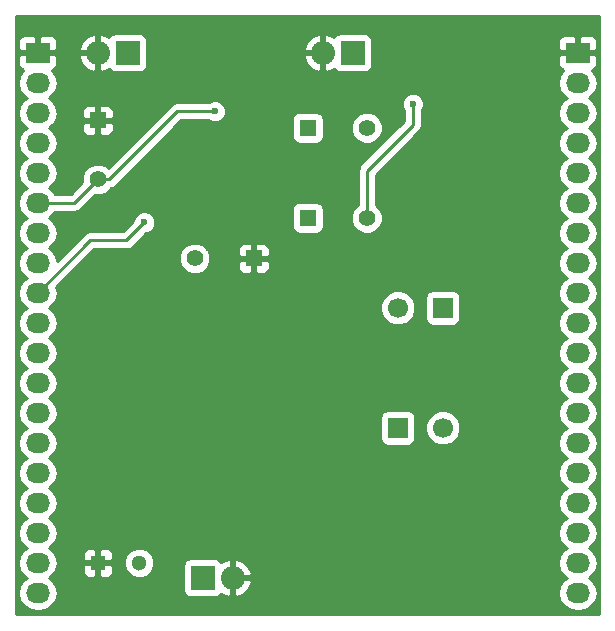
<source format=gbr>
G04 #@! TF.FileFunction,Copper,L2,Bot,Signal*
%FSLAX46Y46*%
G04 Gerber Fmt 4.6, Leading zero omitted, Abs format (unit mm)*
G04 Created by KiCad (PCBNEW 4.0.4+e1-6308~48~ubuntu16.04.1-stable) date Wed Oct 12 16:00:22 2016*
%MOMM*%
%LPD*%
G01*
G04 APERTURE LIST*
%ADD10C,0.100000*%
%ADD11R,1.400000X1.400000*%
%ADD12C,1.400000*%
%ADD13C,1.699260*%
%ADD14R,1.699260X1.699260*%
%ADD15R,2.032000X1.727200*%
%ADD16O,2.032000X1.727200*%
%ADD17C,1.300000*%
%ADD18R,1.300000X1.300000*%
%ADD19R,2.032000X2.032000*%
%ADD20O,2.032000X2.032000*%
%ADD21C,0.600000*%
%ADD22C,0.250000*%
%ADD23C,0.254000*%
G04 APERTURE END LIST*
D10*
D11*
X64770000Y-88265000D03*
D12*
X64770000Y-93265000D03*
D11*
X82550000Y-88900000D03*
D12*
X87550000Y-88900000D03*
D11*
X82550000Y-96520000D03*
D12*
X87550000Y-96520000D03*
D13*
X93982540Y-114300520D03*
D14*
X93982540Y-104140520D03*
D13*
X90167460Y-104139480D03*
D14*
X90167460Y-114299480D03*
D15*
X59690000Y-82550000D03*
D16*
X59690000Y-85090000D03*
X59690000Y-87630000D03*
X59690000Y-90170000D03*
X59690000Y-92710000D03*
X59690000Y-95250000D03*
X59690000Y-97790000D03*
X59690000Y-100330000D03*
X59690000Y-102870000D03*
X59690000Y-105410000D03*
X59690000Y-107950000D03*
X59690000Y-110490000D03*
X59690000Y-113030000D03*
X59690000Y-115570000D03*
X59690000Y-118110000D03*
X59690000Y-120650000D03*
X59690000Y-123190000D03*
X59690000Y-125730000D03*
X59690000Y-128270000D03*
D15*
X105410000Y-82550000D03*
D16*
X105410000Y-85090000D03*
X105410000Y-87630000D03*
X105410000Y-90170000D03*
X105410000Y-92710000D03*
X105410000Y-95250000D03*
X105410000Y-97790000D03*
X105410000Y-100330000D03*
X105410000Y-102870000D03*
X105410000Y-105410000D03*
X105410000Y-107950000D03*
X105410000Y-110490000D03*
X105410000Y-113030000D03*
X105410000Y-115570000D03*
X105410000Y-118110000D03*
X105410000Y-120650000D03*
X105410000Y-123190000D03*
X105410000Y-125730000D03*
X105410000Y-128270000D03*
D17*
X68270000Y-125730000D03*
D18*
X64770000Y-125730000D03*
D19*
X73660000Y-127000000D03*
D20*
X76200000Y-127000000D03*
D19*
X67310000Y-82550000D03*
D20*
X64770000Y-82550000D03*
D19*
X86360000Y-82550000D03*
D20*
X83820000Y-82550000D03*
D11*
X77978000Y-99949000D03*
D12*
X72978000Y-99949000D03*
D21*
X74676000Y-87503000D03*
X91440000Y-86868000D03*
X68707000Y-96901000D03*
D22*
X64770000Y-93265000D02*
X65739000Y-93265000D01*
X71501000Y-87503000D02*
X74676000Y-87503000D01*
X65739000Y-93265000D02*
X71501000Y-87503000D01*
X59690000Y-95250000D02*
X62785000Y-95250000D01*
X62785000Y-95250000D02*
X64770000Y-93265000D01*
X87550000Y-96520000D02*
X87550000Y-92536000D01*
X91440000Y-88646000D02*
X91440000Y-86868000D01*
X87550000Y-92536000D02*
X91440000Y-88646000D01*
X59690000Y-102870000D02*
X64135000Y-98425000D01*
X67183000Y-98425000D02*
X68707000Y-96901000D01*
X64135000Y-98425000D02*
X67183000Y-98425000D01*
D23*
G36*
X107240000Y-130100000D02*
X57860000Y-130100000D01*
X57860000Y-85090000D01*
X58006655Y-85090000D01*
X58120729Y-85663489D01*
X58445585Y-86149670D01*
X58760366Y-86360000D01*
X58445585Y-86570330D01*
X58120729Y-87056511D01*
X58006655Y-87630000D01*
X58120729Y-88203489D01*
X58445585Y-88689670D01*
X58760366Y-88900000D01*
X58445585Y-89110330D01*
X58120729Y-89596511D01*
X58006655Y-90170000D01*
X58120729Y-90743489D01*
X58445585Y-91229670D01*
X58760366Y-91440000D01*
X58445585Y-91650330D01*
X58120729Y-92136511D01*
X58006655Y-92710000D01*
X58120729Y-93283489D01*
X58445585Y-93769670D01*
X58760366Y-93980000D01*
X58445585Y-94190330D01*
X58120729Y-94676511D01*
X58006655Y-95250000D01*
X58120729Y-95823489D01*
X58445585Y-96309670D01*
X58760366Y-96520000D01*
X58445585Y-96730330D01*
X58120729Y-97216511D01*
X58006655Y-97790000D01*
X58120729Y-98363489D01*
X58445585Y-98849670D01*
X58760366Y-99060000D01*
X58445585Y-99270330D01*
X58120729Y-99756511D01*
X58006655Y-100330000D01*
X58120729Y-100903489D01*
X58445585Y-101389670D01*
X58760366Y-101600000D01*
X58445585Y-101810330D01*
X58120729Y-102296511D01*
X58006655Y-102870000D01*
X58120729Y-103443489D01*
X58445585Y-103929670D01*
X58760366Y-104140000D01*
X58445585Y-104350330D01*
X58120729Y-104836511D01*
X58006655Y-105410000D01*
X58120729Y-105983489D01*
X58445585Y-106469670D01*
X58760366Y-106680000D01*
X58445585Y-106890330D01*
X58120729Y-107376511D01*
X58006655Y-107950000D01*
X58120729Y-108523489D01*
X58445585Y-109009670D01*
X58760366Y-109220000D01*
X58445585Y-109430330D01*
X58120729Y-109916511D01*
X58006655Y-110490000D01*
X58120729Y-111063489D01*
X58445585Y-111549670D01*
X58760366Y-111760000D01*
X58445585Y-111970330D01*
X58120729Y-112456511D01*
X58006655Y-113030000D01*
X58120729Y-113603489D01*
X58445585Y-114089670D01*
X58760366Y-114300000D01*
X58445585Y-114510330D01*
X58120729Y-114996511D01*
X58006655Y-115570000D01*
X58120729Y-116143489D01*
X58445585Y-116629670D01*
X58760366Y-116840000D01*
X58445585Y-117050330D01*
X58120729Y-117536511D01*
X58006655Y-118110000D01*
X58120729Y-118683489D01*
X58445585Y-119169670D01*
X58760366Y-119380000D01*
X58445585Y-119590330D01*
X58120729Y-120076511D01*
X58006655Y-120650000D01*
X58120729Y-121223489D01*
X58445585Y-121709670D01*
X58760366Y-121920000D01*
X58445585Y-122130330D01*
X58120729Y-122616511D01*
X58006655Y-123190000D01*
X58120729Y-123763489D01*
X58445585Y-124249670D01*
X58760366Y-124460000D01*
X58445585Y-124670330D01*
X58120729Y-125156511D01*
X58006655Y-125730000D01*
X58120729Y-126303489D01*
X58445585Y-126789670D01*
X58760366Y-127000000D01*
X58445585Y-127210330D01*
X58120729Y-127696511D01*
X58006655Y-128270000D01*
X58120729Y-128843489D01*
X58445585Y-129329670D01*
X58931766Y-129654526D01*
X59505255Y-129768600D01*
X59874745Y-129768600D01*
X60448234Y-129654526D01*
X60934415Y-129329670D01*
X61259271Y-128843489D01*
X61373345Y-128270000D01*
X61259271Y-127696511D01*
X60934415Y-127210330D01*
X60619634Y-127000000D01*
X60934415Y-126789670D01*
X61259271Y-126303489D01*
X61316505Y-126015750D01*
X63485000Y-126015750D01*
X63485000Y-126506310D01*
X63581673Y-126739699D01*
X63760302Y-126918327D01*
X63993691Y-127015000D01*
X64484250Y-127015000D01*
X64643000Y-126856250D01*
X64643000Y-125857000D01*
X64897000Y-125857000D01*
X64897000Y-126856250D01*
X65055750Y-127015000D01*
X65546309Y-127015000D01*
X65779698Y-126918327D01*
X65958327Y-126739699D01*
X66055000Y-126506310D01*
X66055000Y-126015750D01*
X66023731Y-125984481D01*
X66984777Y-125984481D01*
X67179995Y-126456943D01*
X67541155Y-126818735D01*
X68013276Y-127014777D01*
X68524481Y-127015223D01*
X68996943Y-126820005D01*
X69358735Y-126458845D01*
X69554777Y-125986724D01*
X69554779Y-125984000D01*
X71996560Y-125984000D01*
X71996560Y-128016000D01*
X72040838Y-128251317D01*
X72179910Y-128467441D01*
X72392110Y-128612431D01*
X72644000Y-128663440D01*
X74676000Y-128663440D01*
X74911317Y-128619162D01*
X75127441Y-128480090D01*
X75227856Y-128333128D01*
X75231621Y-128337188D01*
X75817054Y-128605983D01*
X76073000Y-128487367D01*
X76073000Y-127127000D01*
X76327000Y-127127000D01*
X76327000Y-128487367D01*
X76582946Y-128605983D01*
X77168379Y-128337188D01*
X77606385Y-127864818D01*
X77805975Y-127382944D01*
X77686836Y-127127000D01*
X76327000Y-127127000D01*
X76073000Y-127127000D01*
X76053000Y-127127000D01*
X76053000Y-126873000D01*
X76073000Y-126873000D01*
X76073000Y-125512633D01*
X76327000Y-125512633D01*
X76327000Y-126873000D01*
X77686836Y-126873000D01*
X77805975Y-126617056D01*
X77606385Y-126135182D01*
X77168379Y-125662812D01*
X76582946Y-125394017D01*
X76327000Y-125512633D01*
X76073000Y-125512633D01*
X75817054Y-125394017D01*
X75231621Y-125662812D01*
X75227066Y-125667724D01*
X75140090Y-125532559D01*
X74927890Y-125387569D01*
X74676000Y-125336560D01*
X72644000Y-125336560D01*
X72408683Y-125380838D01*
X72192559Y-125519910D01*
X72047569Y-125732110D01*
X71996560Y-125984000D01*
X69554779Y-125984000D01*
X69555223Y-125475519D01*
X69360005Y-125003057D01*
X68998845Y-124641265D01*
X68526724Y-124445223D01*
X68015519Y-124444777D01*
X67543057Y-124639995D01*
X67181265Y-125001155D01*
X66985223Y-125473276D01*
X66984777Y-125984481D01*
X66023731Y-125984481D01*
X65896250Y-125857000D01*
X64897000Y-125857000D01*
X64643000Y-125857000D01*
X63643750Y-125857000D01*
X63485000Y-126015750D01*
X61316505Y-126015750D01*
X61373345Y-125730000D01*
X61259271Y-125156511D01*
X61123751Y-124953690D01*
X63485000Y-124953690D01*
X63485000Y-125444250D01*
X63643750Y-125603000D01*
X64643000Y-125603000D01*
X64643000Y-124603750D01*
X64897000Y-124603750D01*
X64897000Y-125603000D01*
X65896250Y-125603000D01*
X66055000Y-125444250D01*
X66055000Y-124953690D01*
X65958327Y-124720301D01*
X65779698Y-124541673D01*
X65546309Y-124445000D01*
X65055750Y-124445000D01*
X64897000Y-124603750D01*
X64643000Y-124603750D01*
X64484250Y-124445000D01*
X63993691Y-124445000D01*
X63760302Y-124541673D01*
X63581673Y-124720301D01*
X63485000Y-124953690D01*
X61123751Y-124953690D01*
X60934415Y-124670330D01*
X60619634Y-124460000D01*
X60934415Y-124249670D01*
X61259271Y-123763489D01*
X61373345Y-123190000D01*
X61259271Y-122616511D01*
X60934415Y-122130330D01*
X60619634Y-121920000D01*
X60934415Y-121709670D01*
X61259271Y-121223489D01*
X61373345Y-120650000D01*
X61259271Y-120076511D01*
X60934415Y-119590330D01*
X60619634Y-119380000D01*
X60934415Y-119169670D01*
X61259271Y-118683489D01*
X61373345Y-118110000D01*
X61259271Y-117536511D01*
X60934415Y-117050330D01*
X60619634Y-116840000D01*
X60934415Y-116629670D01*
X61259271Y-116143489D01*
X61373345Y-115570000D01*
X61259271Y-114996511D01*
X60934415Y-114510330D01*
X60619634Y-114300000D01*
X60934415Y-114089670D01*
X61259271Y-113603489D01*
X61289831Y-113449850D01*
X88670390Y-113449850D01*
X88670390Y-115149110D01*
X88714668Y-115384427D01*
X88853740Y-115600551D01*
X89065940Y-115745541D01*
X89317830Y-115796550D01*
X91017090Y-115796550D01*
X91252407Y-115752272D01*
X91468531Y-115613200D01*
X91613521Y-115401000D01*
X91664530Y-115149110D01*
X91664530Y-114594536D01*
X92497652Y-114594536D01*
X92723198Y-115140397D01*
X93140466Y-115558394D01*
X93685933Y-115784892D01*
X94276556Y-115785408D01*
X94822417Y-115559862D01*
X95240414Y-115142594D01*
X95466912Y-114597127D01*
X95467428Y-114006504D01*
X95241882Y-113460643D01*
X94824614Y-113042646D01*
X94279147Y-112816148D01*
X93688524Y-112815632D01*
X93142663Y-113041178D01*
X92724666Y-113458446D01*
X92498168Y-114003913D01*
X92497652Y-114594536D01*
X91664530Y-114594536D01*
X91664530Y-113449850D01*
X91620252Y-113214533D01*
X91481180Y-112998409D01*
X91268980Y-112853419D01*
X91017090Y-112802410D01*
X89317830Y-112802410D01*
X89082513Y-112846688D01*
X88866389Y-112985760D01*
X88721399Y-113197960D01*
X88670390Y-113449850D01*
X61289831Y-113449850D01*
X61373345Y-113030000D01*
X61259271Y-112456511D01*
X60934415Y-111970330D01*
X60619634Y-111760000D01*
X60934415Y-111549670D01*
X61259271Y-111063489D01*
X61373345Y-110490000D01*
X61259271Y-109916511D01*
X60934415Y-109430330D01*
X60619634Y-109220000D01*
X60934415Y-109009670D01*
X61259271Y-108523489D01*
X61373345Y-107950000D01*
X61259271Y-107376511D01*
X60934415Y-106890330D01*
X60619634Y-106680000D01*
X60934415Y-106469670D01*
X61259271Y-105983489D01*
X61373345Y-105410000D01*
X61259271Y-104836511D01*
X60989985Y-104433496D01*
X88682572Y-104433496D01*
X88908118Y-104979357D01*
X89325386Y-105397354D01*
X89870853Y-105623852D01*
X90461476Y-105624368D01*
X91007337Y-105398822D01*
X91425334Y-104981554D01*
X91651832Y-104436087D01*
X91652348Y-103845464D01*
X91426802Y-103299603D01*
X91418105Y-103290890D01*
X92485470Y-103290890D01*
X92485470Y-104990150D01*
X92529748Y-105225467D01*
X92668820Y-105441591D01*
X92881020Y-105586581D01*
X93132910Y-105637590D01*
X94832170Y-105637590D01*
X95067487Y-105593312D01*
X95283611Y-105454240D01*
X95428601Y-105242040D01*
X95479610Y-104990150D01*
X95479610Y-103290890D01*
X95435332Y-103055573D01*
X95296260Y-102839449D01*
X95084060Y-102694459D01*
X94832170Y-102643450D01*
X93132910Y-102643450D01*
X92897593Y-102687728D01*
X92681469Y-102826800D01*
X92536479Y-103039000D01*
X92485470Y-103290890D01*
X91418105Y-103290890D01*
X91009534Y-102881606D01*
X90464067Y-102655108D01*
X89873444Y-102654592D01*
X89327583Y-102880138D01*
X88909586Y-103297406D01*
X88683088Y-103842873D01*
X88682572Y-104433496D01*
X60989985Y-104433496D01*
X60934415Y-104350330D01*
X60619634Y-104140000D01*
X60934415Y-103929670D01*
X61259271Y-103443489D01*
X61373345Y-102870000D01*
X61272381Y-102362421D01*
X63421419Y-100213383D01*
X71642769Y-100213383D01*
X71845582Y-100704229D01*
X72220796Y-101080098D01*
X72711287Y-101283768D01*
X73242383Y-101284231D01*
X73733229Y-101081418D01*
X74109098Y-100706204D01*
X74304863Y-100234750D01*
X76643000Y-100234750D01*
X76643000Y-100775310D01*
X76739673Y-101008699D01*
X76918302Y-101187327D01*
X77151691Y-101284000D01*
X77692250Y-101284000D01*
X77851000Y-101125250D01*
X77851000Y-100076000D01*
X78105000Y-100076000D01*
X78105000Y-101125250D01*
X78263750Y-101284000D01*
X78804309Y-101284000D01*
X79037698Y-101187327D01*
X79216327Y-101008699D01*
X79313000Y-100775310D01*
X79313000Y-100234750D01*
X79154250Y-100076000D01*
X78105000Y-100076000D01*
X77851000Y-100076000D01*
X76801750Y-100076000D01*
X76643000Y-100234750D01*
X74304863Y-100234750D01*
X74312768Y-100215713D01*
X74313231Y-99684617D01*
X74110418Y-99193771D01*
X74039461Y-99122690D01*
X76643000Y-99122690D01*
X76643000Y-99663250D01*
X76801750Y-99822000D01*
X77851000Y-99822000D01*
X77851000Y-98772750D01*
X78105000Y-98772750D01*
X78105000Y-99822000D01*
X79154250Y-99822000D01*
X79313000Y-99663250D01*
X79313000Y-99122690D01*
X79216327Y-98889301D01*
X79037698Y-98710673D01*
X78804309Y-98614000D01*
X78263750Y-98614000D01*
X78105000Y-98772750D01*
X77851000Y-98772750D01*
X77692250Y-98614000D01*
X77151691Y-98614000D01*
X76918302Y-98710673D01*
X76739673Y-98889301D01*
X76643000Y-99122690D01*
X74039461Y-99122690D01*
X73735204Y-98817902D01*
X73244713Y-98614232D01*
X72713617Y-98613769D01*
X72222771Y-98816582D01*
X71846902Y-99191796D01*
X71643232Y-99682287D01*
X71642769Y-100213383D01*
X63421419Y-100213383D01*
X64449802Y-99185000D01*
X67183000Y-99185000D01*
X67473839Y-99127148D01*
X67720401Y-98962401D01*
X68846680Y-97836122D01*
X68892167Y-97836162D01*
X69235943Y-97694117D01*
X69499192Y-97431327D01*
X69641838Y-97087799D01*
X69642162Y-96715833D01*
X69500117Y-96372057D01*
X69237327Y-96108808D01*
X68893799Y-95966162D01*
X68521833Y-95965838D01*
X68178057Y-96107883D01*
X67914808Y-96370673D01*
X67772162Y-96714201D01*
X67772121Y-96761077D01*
X66868198Y-97665000D01*
X64135000Y-97665000D01*
X63844160Y-97722852D01*
X63597599Y-97887599D01*
X61337152Y-100148046D01*
X61259271Y-99756511D01*
X60934415Y-99270330D01*
X60619634Y-99060000D01*
X60934415Y-98849670D01*
X61259271Y-98363489D01*
X61373345Y-97790000D01*
X61259271Y-97216511D01*
X60934415Y-96730330D01*
X60619634Y-96520000D01*
X60934415Y-96309670D01*
X61134648Y-96010000D01*
X62785000Y-96010000D01*
X63075839Y-95952148D01*
X63273613Y-95820000D01*
X81202560Y-95820000D01*
X81202560Y-97220000D01*
X81246838Y-97455317D01*
X81385910Y-97671441D01*
X81598110Y-97816431D01*
X81850000Y-97867440D01*
X83250000Y-97867440D01*
X83485317Y-97823162D01*
X83701441Y-97684090D01*
X83846431Y-97471890D01*
X83897440Y-97220000D01*
X83897440Y-96784383D01*
X86214769Y-96784383D01*
X86417582Y-97275229D01*
X86792796Y-97651098D01*
X87283287Y-97854768D01*
X87814383Y-97855231D01*
X88305229Y-97652418D01*
X88681098Y-97277204D01*
X88884768Y-96786713D01*
X88885231Y-96255617D01*
X88682418Y-95764771D01*
X88310000Y-95391703D01*
X88310000Y-92850802D01*
X91977401Y-89183401D01*
X92142148Y-88936839D01*
X92200000Y-88646000D01*
X92200000Y-87430463D01*
X92232192Y-87398327D01*
X92374838Y-87054799D01*
X92375162Y-86682833D01*
X92233117Y-86339057D01*
X91970327Y-86075808D01*
X91626799Y-85933162D01*
X91254833Y-85932838D01*
X90911057Y-86074883D01*
X90647808Y-86337673D01*
X90505162Y-86681201D01*
X90504838Y-87053167D01*
X90646883Y-87396943D01*
X90680000Y-87430118D01*
X90680000Y-88331198D01*
X87012599Y-91998599D01*
X86847852Y-92245161D01*
X86790000Y-92536000D01*
X86790000Y-95392345D01*
X86418902Y-95762796D01*
X86215232Y-96253287D01*
X86214769Y-96784383D01*
X83897440Y-96784383D01*
X83897440Y-95820000D01*
X83853162Y-95584683D01*
X83714090Y-95368559D01*
X83501890Y-95223569D01*
X83250000Y-95172560D01*
X81850000Y-95172560D01*
X81614683Y-95216838D01*
X81398559Y-95355910D01*
X81253569Y-95568110D01*
X81202560Y-95820000D01*
X63273613Y-95820000D01*
X63322401Y-95787401D01*
X64510028Y-94599774D01*
X65034383Y-94600231D01*
X65525229Y-94397418D01*
X65901098Y-94022204D01*
X65914427Y-93990105D01*
X66029839Y-93967148D01*
X66276401Y-93802401D01*
X71815802Y-88263000D01*
X74113537Y-88263000D01*
X74145673Y-88295192D01*
X74489201Y-88437838D01*
X74861167Y-88438162D01*
X75204943Y-88296117D01*
X75301227Y-88200000D01*
X81202560Y-88200000D01*
X81202560Y-89600000D01*
X81246838Y-89835317D01*
X81385910Y-90051441D01*
X81598110Y-90196431D01*
X81850000Y-90247440D01*
X83250000Y-90247440D01*
X83485317Y-90203162D01*
X83701441Y-90064090D01*
X83846431Y-89851890D01*
X83897440Y-89600000D01*
X83897440Y-89164383D01*
X86214769Y-89164383D01*
X86417582Y-89655229D01*
X86792796Y-90031098D01*
X87283287Y-90234768D01*
X87814383Y-90235231D01*
X88305229Y-90032418D01*
X88681098Y-89657204D01*
X88884768Y-89166713D01*
X88885231Y-88635617D01*
X88682418Y-88144771D01*
X88307204Y-87768902D01*
X87816713Y-87565232D01*
X87285617Y-87564769D01*
X86794771Y-87767582D01*
X86418902Y-88142796D01*
X86215232Y-88633287D01*
X86214769Y-89164383D01*
X83897440Y-89164383D01*
X83897440Y-88200000D01*
X83853162Y-87964683D01*
X83714090Y-87748559D01*
X83501890Y-87603569D01*
X83250000Y-87552560D01*
X81850000Y-87552560D01*
X81614683Y-87596838D01*
X81398559Y-87735910D01*
X81253569Y-87948110D01*
X81202560Y-88200000D01*
X75301227Y-88200000D01*
X75468192Y-88033327D01*
X75610838Y-87689799D01*
X75611162Y-87317833D01*
X75469117Y-86974057D01*
X75206327Y-86710808D01*
X74862799Y-86568162D01*
X74490833Y-86567838D01*
X74147057Y-86709883D01*
X74113882Y-86743000D01*
X71501000Y-86743000D01*
X71210161Y-86800852D01*
X70963599Y-86965599D01*
X65661133Y-92268065D01*
X65527204Y-92133902D01*
X65036713Y-91930232D01*
X64505617Y-91929769D01*
X64014771Y-92132582D01*
X63638902Y-92507796D01*
X63435232Y-92998287D01*
X63434772Y-93525426D01*
X62470198Y-94490000D01*
X61134648Y-94490000D01*
X60934415Y-94190330D01*
X60619634Y-93980000D01*
X60934415Y-93769670D01*
X61259271Y-93283489D01*
X61373345Y-92710000D01*
X61259271Y-92136511D01*
X60934415Y-91650330D01*
X60619634Y-91440000D01*
X60934415Y-91229670D01*
X61259271Y-90743489D01*
X61373345Y-90170000D01*
X61259271Y-89596511D01*
X60934415Y-89110330D01*
X60619634Y-88900000D01*
X60934415Y-88689670D01*
X61027238Y-88550750D01*
X63435000Y-88550750D01*
X63435000Y-89091309D01*
X63531673Y-89324698D01*
X63710301Y-89503327D01*
X63943690Y-89600000D01*
X64484250Y-89600000D01*
X64643000Y-89441250D01*
X64643000Y-88392000D01*
X64897000Y-88392000D01*
X64897000Y-89441250D01*
X65055750Y-89600000D01*
X65596310Y-89600000D01*
X65829699Y-89503327D01*
X66008327Y-89324698D01*
X66105000Y-89091309D01*
X66105000Y-88550750D01*
X65946250Y-88392000D01*
X64897000Y-88392000D01*
X64643000Y-88392000D01*
X63593750Y-88392000D01*
X63435000Y-88550750D01*
X61027238Y-88550750D01*
X61259271Y-88203489D01*
X61373345Y-87630000D01*
X61335292Y-87438691D01*
X63435000Y-87438691D01*
X63435000Y-87979250D01*
X63593750Y-88138000D01*
X64643000Y-88138000D01*
X64643000Y-87088750D01*
X64897000Y-87088750D01*
X64897000Y-88138000D01*
X65946250Y-88138000D01*
X66105000Y-87979250D01*
X66105000Y-87438691D01*
X66008327Y-87205302D01*
X65829699Y-87026673D01*
X65596310Y-86930000D01*
X65055750Y-86930000D01*
X64897000Y-87088750D01*
X64643000Y-87088750D01*
X64484250Y-86930000D01*
X63943690Y-86930000D01*
X63710301Y-87026673D01*
X63531673Y-87205302D01*
X63435000Y-87438691D01*
X61335292Y-87438691D01*
X61259271Y-87056511D01*
X60934415Y-86570330D01*
X60619634Y-86360000D01*
X60934415Y-86149670D01*
X61259271Y-85663489D01*
X61373345Y-85090000D01*
X103726655Y-85090000D01*
X103840729Y-85663489D01*
X104165585Y-86149670D01*
X104480366Y-86360000D01*
X104165585Y-86570330D01*
X103840729Y-87056511D01*
X103726655Y-87630000D01*
X103840729Y-88203489D01*
X104165585Y-88689670D01*
X104480366Y-88900000D01*
X104165585Y-89110330D01*
X103840729Y-89596511D01*
X103726655Y-90170000D01*
X103840729Y-90743489D01*
X104165585Y-91229670D01*
X104480366Y-91440000D01*
X104165585Y-91650330D01*
X103840729Y-92136511D01*
X103726655Y-92710000D01*
X103840729Y-93283489D01*
X104165585Y-93769670D01*
X104480366Y-93980000D01*
X104165585Y-94190330D01*
X103840729Y-94676511D01*
X103726655Y-95250000D01*
X103840729Y-95823489D01*
X104165585Y-96309670D01*
X104480366Y-96520000D01*
X104165585Y-96730330D01*
X103840729Y-97216511D01*
X103726655Y-97790000D01*
X103840729Y-98363489D01*
X104165585Y-98849670D01*
X104480366Y-99060000D01*
X104165585Y-99270330D01*
X103840729Y-99756511D01*
X103726655Y-100330000D01*
X103840729Y-100903489D01*
X104165585Y-101389670D01*
X104480366Y-101600000D01*
X104165585Y-101810330D01*
X103840729Y-102296511D01*
X103726655Y-102870000D01*
X103840729Y-103443489D01*
X104165585Y-103929670D01*
X104480366Y-104140000D01*
X104165585Y-104350330D01*
X103840729Y-104836511D01*
X103726655Y-105410000D01*
X103840729Y-105983489D01*
X104165585Y-106469670D01*
X104480366Y-106680000D01*
X104165585Y-106890330D01*
X103840729Y-107376511D01*
X103726655Y-107950000D01*
X103840729Y-108523489D01*
X104165585Y-109009670D01*
X104480366Y-109220000D01*
X104165585Y-109430330D01*
X103840729Y-109916511D01*
X103726655Y-110490000D01*
X103840729Y-111063489D01*
X104165585Y-111549670D01*
X104480366Y-111760000D01*
X104165585Y-111970330D01*
X103840729Y-112456511D01*
X103726655Y-113030000D01*
X103840729Y-113603489D01*
X104165585Y-114089670D01*
X104480366Y-114300000D01*
X104165585Y-114510330D01*
X103840729Y-114996511D01*
X103726655Y-115570000D01*
X103840729Y-116143489D01*
X104165585Y-116629670D01*
X104480366Y-116840000D01*
X104165585Y-117050330D01*
X103840729Y-117536511D01*
X103726655Y-118110000D01*
X103840729Y-118683489D01*
X104165585Y-119169670D01*
X104480366Y-119380000D01*
X104165585Y-119590330D01*
X103840729Y-120076511D01*
X103726655Y-120650000D01*
X103840729Y-121223489D01*
X104165585Y-121709670D01*
X104480366Y-121920000D01*
X104165585Y-122130330D01*
X103840729Y-122616511D01*
X103726655Y-123190000D01*
X103840729Y-123763489D01*
X104165585Y-124249670D01*
X104480366Y-124460000D01*
X104165585Y-124670330D01*
X103840729Y-125156511D01*
X103726655Y-125730000D01*
X103840729Y-126303489D01*
X104165585Y-126789670D01*
X104480366Y-127000000D01*
X104165585Y-127210330D01*
X103840729Y-127696511D01*
X103726655Y-128270000D01*
X103840729Y-128843489D01*
X104165585Y-129329670D01*
X104651766Y-129654526D01*
X105225255Y-129768600D01*
X105594745Y-129768600D01*
X106168234Y-129654526D01*
X106654415Y-129329670D01*
X106979271Y-128843489D01*
X107093345Y-128270000D01*
X106979271Y-127696511D01*
X106654415Y-127210330D01*
X106339634Y-127000000D01*
X106654415Y-126789670D01*
X106979271Y-126303489D01*
X107093345Y-125730000D01*
X106979271Y-125156511D01*
X106654415Y-124670330D01*
X106339634Y-124460000D01*
X106654415Y-124249670D01*
X106979271Y-123763489D01*
X107093345Y-123190000D01*
X106979271Y-122616511D01*
X106654415Y-122130330D01*
X106339634Y-121920000D01*
X106654415Y-121709670D01*
X106979271Y-121223489D01*
X107093345Y-120650000D01*
X106979271Y-120076511D01*
X106654415Y-119590330D01*
X106339634Y-119380000D01*
X106654415Y-119169670D01*
X106979271Y-118683489D01*
X107093345Y-118110000D01*
X106979271Y-117536511D01*
X106654415Y-117050330D01*
X106339634Y-116840000D01*
X106654415Y-116629670D01*
X106979271Y-116143489D01*
X107093345Y-115570000D01*
X106979271Y-114996511D01*
X106654415Y-114510330D01*
X106339634Y-114300000D01*
X106654415Y-114089670D01*
X106979271Y-113603489D01*
X107093345Y-113030000D01*
X106979271Y-112456511D01*
X106654415Y-111970330D01*
X106339634Y-111760000D01*
X106654415Y-111549670D01*
X106979271Y-111063489D01*
X107093345Y-110490000D01*
X106979271Y-109916511D01*
X106654415Y-109430330D01*
X106339634Y-109220000D01*
X106654415Y-109009670D01*
X106979271Y-108523489D01*
X107093345Y-107950000D01*
X106979271Y-107376511D01*
X106654415Y-106890330D01*
X106339634Y-106680000D01*
X106654415Y-106469670D01*
X106979271Y-105983489D01*
X107093345Y-105410000D01*
X106979271Y-104836511D01*
X106654415Y-104350330D01*
X106339634Y-104140000D01*
X106654415Y-103929670D01*
X106979271Y-103443489D01*
X107093345Y-102870000D01*
X106979271Y-102296511D01*
X106654415Y-101810330D01*
X106339634Y-101600000D01*
X106654415Y-101389670D01*
X106979271Y-100903489D01*
X107093345Y-100330000D01*
X106979271Y-99756511D01*
X106654415Y-99270330D01*
X106339634Y-99060000D01*
X106654415Y-98849670D01*
X106979271Y-98363489D01*
X107093345Y-97790000D01*
X106979271Y-97216511D01*
X106654415Y-96730330D01*
X106339634Y-96520000D01*
X106654415Y-96309670D01*
X106979271Y-95823489D01*
X107093345Y-95250000D01*
X106979271Y-94676511D01*
X106654415Y-94190330D01*
X106339634Y-93980000D01*
X106654415Y-93769670D01*
X106979271Y-93283489D01*
X107093345Y-92710000D01*
X106979271Y-92136511D01*
X106654415Y-91650330D01*
X106339634Y-91440000D01*
X106654415Y-91229670D01*
X106979271Y-90743489D01*
X107093345Y-90170000D01*
X106979271Y-89596511D01*
X106654415Y-89110330D01*
X106339634Y-88900000D01*
X106654415Y-88689670D01*
X106979271Y-88203489D01*
X107093345Y-87630000D01*
X106979271Y-87056511D01*
X106654415Y-86570330D01*
X106339634Y-86360000D01*
X106654415Y-86149670D01*
X106979271Y-85663489D01*
X107093345Y-85090000D01*
X106979271Y-84516511D01*
X106654415Y-84030330D01*
X106632220Y-84015500D01*
X106785699Y-83951927D01*
X106964327Y-83773298D01*
X107061000Y-83539909D01*
X107061000Y-82835750D01*
X106902250Y-82677000D01*
X105537000Y-82677000D01*
X105537000Y-82697000D01*
X105283000Y-82697000D01*
X105283000Y-82677000D01*
X103917750Y-82677000D01*
X103759000Y-82835750D01*
X103759000Y-83539909D01*
X103855673Y-83773298D01*
X104034301Y-83951927D01*
X104187780Y-84015500D01*
X104165585Y-84030330D01*
X103840729Y-84516511D01*
X103726655Y-85090000D01*
X61373345Y-85090000D01*
X61259271Y-84516511D01*
X60934415Y-84030330D01*
X60912220Y-84015500D01*
X61065699Y-83951927D01*
X61244327Y-83773298D01*
X61341000Y-83539909D01*
X61341000Y-82932944D01*
X63164025Y-82932944D01*
X63363615Y-83414818D01*
X63801621Y-83887188D01*
X64387054Y-84155983D01*
X64643000Y-84037367D01*
X64643000Y-82677000D01*
X63283164Y-82677000D01*
X63164025Y-82932944D01*
X61341000Y-82932944D01*
X61341000Y-82835750D01*
X61182250Y-82677000D01*
X59817000Y-82677000D01*
X59817000Y-82697000D01*
X59563000Y-82697000D01*
X59563000Y-82677000D01*
X58197750Y-82677000D01*
X58039000Y-82835750D01*
X58039000Y-83539909D01*
X58135673Y-83773298D01*
X58314301Y-83951927D01*
X58467780Y-84015500D01*
X58445585Y-84030330D01*
X58120729Y-84516511D01*
X58006655Y-85090000D01*
X57860000Y-85090000D01*
X57860000Y-81560091D01*
X58039000Y-81560091D01*
X58039000Y-82264250D01*
X58197750Y-82423000D01*
X59563000Y-82423000D01*
X59563000Y-81210150D01*
X59817000Y-81210150D01*
X59817000Y-82423000D01*
X61182250Y-82423000D01*
X61341000Y-82264250D01*
X61341000Y-82167056D01*
X63164025Y-82167056D01*
X63283164Y-82423000D01*
X64643000Y-82423000D01*
X64643000Y-81062633D01*
X64897000Y-81062633D01*
X64897000Y-82423000D01*
X64917000Y-82423000D01*
X64917000Y-82677000D01*
X64897000Y-82677000D01*
X64897000Y-84037367D01*
X65152946Y-84155983D01*
X65738379Y-83887188D01*
X65742934Y-83882276D01*
X65829910Y-84017441D01*
X66042110Y-84162431D01*
X66294000Y-84213440D01*
X68326000Y-84213440D01*
X68561317Y-84169162D01*
X68777441Y-84030090D01*
X68922431Y-83817890D01*
X68973440Y-83566000D01*
X68973440Y-82932944D01*
X82214025Y-82932944D01*
X82413615Y-83414818D01*
X82851621Y-83887188D01*
X83437054Y-84155983D01*
X83693000Y-84037367D01*
X83693000Y-82677000D01*
X82333164Y-82677000D01*
X82214025Y-82932944D01*
X68973440Y-82932944D01*
X68973440Y-82167056D01*
X82214025Y-82167056D01*
X82333164Y-82423000D01*
X83693000Y-82423000D01*
X83693000Y-81062633D01*
X83947000Y-81062633D01*
X83947000Y-82423000D01*
X83967000Y-82423000D01*
X83967000Y-82677000D01*
X83947000Y-82677000D01*
X83947000Y-84037367D01*
X84202946Y-84155983D01*
X84788379Y-83887188D01*
X84792934Y-83882276D01*
X84879910Y-84017441D01*
X85092110Y-84162431D01*
X85344000Y-84213440D01*
X87376000Y-84213440D01*
X87611317Y-84169162D01*
X87827441Y-84030090D01*
X87972431Y-83817890D01*
X88023440Y-83566000D01*
X88023440Y-81560091D01*
X103759000Y-81560091D01*
X103759000Y-82264250D01*
X103917750Y-82423000D01*
X105283000Y-82423000D01*
X105283000Y-81210150D01*
X105537000Y-81210150D01*
X105537000Y-82423000D01*
X106902250Y-82423000D01*
X107061000Y-82264250D01*
X107061000Y-81560091D01*
X106964327Y-81326702D01*
X106785699Y-81148073D01*
X106552310Y-81051400D01*
X105695750Y-81051400D01*
X105537000Y-81210150D01*
X105283000Y-81210150D01*
X105124250Y-81051400D01*
X104267690Y-81051400D01*
X104034301Y-81148073D01*
X103855673Y-81326702D01*
X103759000Y-81560091D01*
X88023440Y-81560091D01*
X88023440Y-81534000D01*
X87979162Y-81298683D01*
X87840090Y-81082559D01*
X87627890Y-80937569D01*
X87376000Y-80886560D01*
X85344000Y-80886560D01*
X85108683Y-80930838D01*
X84892559Y-81069910D01*
X84792144Y-81216872D01*
X84788379Y-81212812D01*
X84202946Y-80944017D01*
X83947000Y-81062633D01*
X83693000Y-81062633D01*
X83437054Y-80944017D01*
X82851621Y-81212812D01*
X82413615Y-81685182D01*
X82214025Y-82167056D01*
X68973440Y-82167056D01*
X68973440Y-81534000D01*
X68929162Y-81298683D01*
X68790090Y-81082559D01*
X68577890Y-80937569D01*
X68326000Y-80886560D01*
X66294000Y-80886560D01*
X66058683Y-80930838D01*
X65842559Y-81069910D01*
X65742144Y-81216872D01*
X65738379Y-81212812D01*
X65152946Y-80944017D01*
X64897000Y-81062633D01*
X64643000Y-81062633D01*
X64387054Y-80944017D01*
X63801621Y-81212812D01*
X63363615Y-81685182D01*
X63164025Y-82167056D01*
X61341000Y-82167056D01*
X61341000Y-81560091D01*
X61244327Y-81326702D01*
X61065699Y-81148073D01*
X60832310Y-81051400D01*
X59975750Y-81051400D01*
X59817000Y-81210150D01*
X59563000Y-81210150D01*
X59404250Y-81051400D01*
X58547690Y-81051400D01*
X58314301Y-81148073D01*
X58135673Y-81326702D01*
X58039000Y-81560091D01*
X57860000Y-81560091D01*
X57860000Y-79450000D01*
X107240000Y-79450000D01*
X107240000Y-130100000D01*
X107240000Y-130100000D01*
G37*
X107240000Y-130100000D02*
X57860000Y-130100000D01*
X57860000Y-85090000D01*
X58006655Y-85090000D01*
X58120729Y-85663489D01*
X58445585Y-86149670D01*
X58760366Y-86360000D01*
X58445585Y-86570330D01*
X58120729Y-87056511D01*
X58006655Y-87630000D01*
X58120729Y-88203489D01*
X58445585Y-88689670D01*
X58760366Y-88900000D01*
X58445585Y-89110330D01*
X58120729Y-89596511D01*
X58006655Y-90170000D01*
X58120729Y-90743489D01*
X58445585Y-91229670D01*
X58760366Y-91440000D01*
X58445585Y-91650330D01*
X58120729Y-92136511D01*
X58006655Y-92710000D01*
X58120729Y-93283489D01*
X58445585Y-93769670D01*
X58760366Y-93980000D01*
X58445585Y-94190330D01*
X58120729Y-94676511D01*
X58006655Y-95250000D01*
X58120729Y-95823489D01*
X58445585Y-96309670D01*
X58760366Y-96520000D01*
X58445585Y-96730330D01*
X58120729Y-97216511D01*
X58006655Y-97790000D01*
X58120729Y-98363489D01*
X58445585Y-98849670D01*
X58760366Y-99060000D01*
X58445585Y-99270330D01*
X58120729Y-99756511D01*
X58006655Y-100330000D01*
X58120729Y-100903489D01*
X58445585Y-101389670D01*
X58760366Y-101600000D01*
X58445585Y-101810330D01*
X58120729Y-102296511D01*
X58006655Y-102870000D01*
X58120729Y-103443489D01*
X58445585Y-103929670D01*
X58760366Y-104140000D01*
X58445585Y-104350330D01*
X58120729Y-104836511D01*
X58006655Y-105410000D01*
X58120729Y-105983489D01*
X58445585Y-106469670D01*
X58760366Y-106680000D01*
X58445585Y-106890330D01*
X58120729Y-107376511D01*
X58006655Y-107950000D01*
X58120729Y-108523489D01*
X58445585Y-109009670D01*
X58760366Y-109220000D01*
X58445585Y-109430330D01*
X58120729Y-109916511D01*
X58006655Y-110490000D01*
X58120729Y-111063489D01*
X58445585Y-111549670D01*
X58760366Y-111760000D01*
X58445585Y-111970330D01*
X58120729Y-112456511D01*
X58006655Y-113030000D01*
X58120729Y-113603489D01*
X58445585Y-114089670D01*
X58760366Y-114300000D01*
X58445585Y-114510330D01*
X58120729Y-114996511D01*
X58006655Y-115570000D01*
X58120729Y-116143489D01*
X58445585Y-116629670D01*
X58760366Y-116840000D01*
X58445585Y-117050330D01*
X58120729Y-117536511D01*
X58006655Y-118110000D01*
X58120729Y-118683489D01*
X58445585Y-119169670D01*
X58760366Y-119380000D01*
X58445585Y-119590330D01*
X58120729Y-120076511D01*
X58006655Y-120650000D01*
X58120729Y-121223489D01*
X58445585Y-121709670D01*
X58760366Y-121920000D01*
X58445585Y-122130330D01*
X58120729Y-122616511D01*
X58006655Y-123190000D01*
X58120729Y-123763489D01*
X58445585Y-124249670D01*
X58760366Y-124460000D01*
X58445585Y-124670330D01*
X58120729Y-125156511D01*
X58006655Y-125730000D01*
X58120729Y-126303489D01*
X58445585Y-126789670D01*
X58760366Y-127000000D01*
X58445585Y-127210330D01*
X58120729Y-127696511D01*
X58006655Y-128270000D01*
X58120729Y-128843489D01*
X58445585Y-129329670D01*
X58931766Y-129654526D01*
X59505255Y-129768600D01*
X59874745Y-129768600D01*
X60448234Y-129654526D01*
X60934415Y-129329670D01*
X61259271Y-128843489D01*
X61373345Y-128270000D01*
X61259271Y-127696511D01*
X60934415Y-127210330D01*
X60619634Y-127000000D01*
X60934415Y-126789670D01*
X61259271Y-126303489D01*
X61316505Y-126015750D01*
X63485000Y-126015750D01*
X63485000Y-126506310D01*
X63581673Y-126739699D01*
X63760302Y-126918327D01*
X63993691Y-127015000D01*
X64484250Y-127015000D01*
X64643000Y-126856250D01*
X64643000Y-125857000D01*
X64897000Y-125857000D01*
X64897000Y-126856250D01*
X65055750Y-127015000D01*
X65546309Y-127015000D01*
X65779698Y-126918327D01*
X65958327Y-126739699D01*
X66055000Y-126506310D01*
X66055000Y-126015750D01*
X66023731Y-125984481D01*
X66984777Y-125984481D01*
X67179995Y-126456943D01*
X67541155Y-126818735D01*
X68013276Y-127014777D01*
X68524481Y-127015223D01*
X68996943Y-126820005D01*
X69358735Y-126458845D01*
X69554777Y-125986724D01*
X69554779Y-125984000D01*
X71996560Y-125984000D01*
X71996560Y-128016000D01*
X72040838Y-128251317D01*
X72179910Y-128467441D01*
X72392110Y-128612431D01*
X72644000Y-128663440D01*
X74676000Y-128663440D01*
X74911317Y-128619162D01*
X75127441Y-128480090D01*
X75227856Y-128333128D01*
X75231621Y-128337188D01*
X75817054Y-128605983D01*
X76073000Y-128487367D01*
X76073000Y-127127000D01*
X76327000Y-127127000D01*
X76327000Y-128487367D01*
X76582946Y-128605983D01*
X77168379Y-128337188D01*
X77606385Y-127864818D01*
X77805975Y-127382944D01*
X77686836Y-127127000D01*
X76327000Y-127127000D01*
X76073000Y-127127000D01*
X76053000Y-127127000D01*
X76053000Y-126873000D01*
X76073000Y-126873000D01*
X76073000Y-125512633D01*
X76327000Y-125512633D01*
X76327000Y-126873000D01*
X77686836Y-126873000D01*
X77805975Y-126617056D01*
X77606385Y-126135182D01*
X77168379Y-125662812D01*
X76582946Y-125394017D01*
X76327000Y-125512633D01*
X76073000Y-125512633D01*
X75817054Y-125394017D01*
X75231621Y-125662812D01*
X75227066Y-125667724D01*
X75140090Y-125532559D01*
X74927890Y-125387569D01*
X74676000Y-125336560D01*
X72644000Y-125336560D01*
X72408683Y-125380838D01*
X72192559Y-125519910D01*
X72047569Y-125732110D01*
X71996560Y-125984000D01*
X69554779Y-125984000D01*
X69555223Y-125475519D01*
X69360005Y-125003057D01*
X68998845Y-124641265D01*
X68526724Y-124445223D01*
X68015519Y-124444777D01*
X67543057Y-124639995D01*
X67181265Y-125001155D01*
X66985223Y-125473276D01*
X66984777Y-125984481D01*
X66023731Y-125984481D01*
X65896250Y-125857000D01*
X64897000Y-125857000D01*
X64643000Y-125857000D01*
X63643750Y-125857000D01*
X63485000Y-126015750D01*
X61316505Y-126015750D01*
X61373345Y-125730000D01*
X61259271Y-125156511D01*
X61123751Y-124953690D01*
X63485000Y-124953690D01*
X63485000Y-125444250D01*
X63643750Y-125603000D01*
X64643000Y-125603000D01*
X64643000Y-124603750D01*
X64897000Y-124603750D01*
X64897000Y-125603000D01*
X65896250Y-125603000D01*
X66055000Y-125444250D01*
X66055000Y-124953690D01*
X65958327Y-124720301D01*
X65779698Y-124541673D01*
X65546309Y-124445000D01*
X65055750Y-124445000D01*
X64897000Y-124603750D01*
X64643000Y-124603750D01*
X64484250Y-124445000D01*
X63993691Y-124445000D01*
X63760302Y-124541673D01*
X63581673Y-124720301D01*
X63485000Y-124953690D01*
X61123751Y-124953690D01*
X60934415Y-124670330D01*
X60619634Y-124460000D01*
X60934415Y-124249670D01*
X61259271Y-123763489D01*
X61373345Y-123190000D01*
X61259271Y-122616511D01*
X60934415Y-122130330D01*
X60619634Y-121920000D01*
X60934415Y-121709670D01*
X61259271Y-121223489D01*
X61373345Y-120650000D01*
X61259271Y-120076511D01*
X60934415Y-119590330D01*
X60619634Y-119380000D01*
X60934415Y-119169670D01*
X61259271Y-118683489D01*
X61373345Y-118110000D01*
X61259271Y-117536511D01*
X60934415Y-117050330D01*
X60619634Y-116840000D01*
X60934415Y-116629670D01*
X61259271Y-116143489D01*
X61373345Y-115570000D01*
X61259271Y-114996511D01*
X60934415Y-114510330D01*
X60619634Y-114300000D01*
X60934415Y-114089670D01*
X61259271Y-113603489D01*
X61289831Y-113449850D01*
X88670390Y-113449850D01*
X88670390Y-115149110D01*
X88714668Y-115384427D01*
X88853740Y-115600551D01*
X89065940Y-115745541D01*
X89317830Y-115796550D01*
X91017090Y-115796550D01*
X91252407Y-115752272D01*
X91468531Y-115613200D01*
X91613521Y-115401000D01*
X91664530Y-115149110D01*
X91664530Y-114594536D01*
X92497652Y-114594536D01*
X92723198Y-115140397D01*
X93140466Y-115558394D01*
X93685933Y-115784892D01*
X94276556Y-115785408D01*
X94822417Y-115559862D01*
X95240414Y-115142594D01*
X95466912Y-114597127D01*
X95467428Y-114006504D01*
X95241882Y-113460643D01*
X94824614Y-113042646D01*
X94279147Y-112816148D01*
X93688524Y-112815632D01*
X93142663Y-113041178D01*
X92724666Y-113458446D01*
X92498168Y-114003913D01*
X92497652Y-114594536D01*
X91664530Y-114594536D01*
X91664530Y-113449850D01*
X91620252Y-113214533D01*
X91481180Y-112998409D01*
X91268980Y-112853419D01*
X91017090Y-112802410D01*
X89317830Y-112802410D01*
X89082513Y-112846688D01*
X88866389Y-112985760D01*
X88721399Y-113197960D01*
X88670390Y-113449850D01*
X61289831Y-113449850D01*
X61373345Y-113030000D01*
X61259271Y-112456511D01*
X60934415Y-111970330D01*
X60619634Y-111760000D01*
X60934415Y-111549670D01*
X61259271Y-111063489D01*
X61373345Y-110490000D01*
X61259271Y-109916511D01*
X60934415Y-109430330D01*
X60619634Y-109220000D01*
X60934415Y-109009670D01*
X61259271Y-108523489D01*
X61373345Y-107950000D01*
X61259271Y-107376511D01*
X60934415Y-106890330D01*
X60619634Y-106680000D01*
X60934415Y-106469670D01*
X61259271Y-105983489D01*
X61373345Y-105410000D01*
X61259271Y-104836511D01*
X60989985Y-104433496D01*
X88682572Y-104433496D01*
X88908118Y-104979357D01*
X89325386Y-105397354D01*
X89870853Y-105623852D01*
X90461476Y-105624368D01*
X91007337Y-105398822D01*
X91425334Y-104981554D01*
X91651832Y-104436087D01*
X91652348Y-103845464D01*
X91426802Y-103299603D01*
X91418105Y-103290890D01*
X92485470Y-103290890D01*
X92485470Y-104990150D01*
X92529748Y-105225467D01*
X92668820Y-105441591D01*
X92881020Y-105586581D01*
X93132910Y-105637590D01*
X94832170Y-105637590D01*
X95067487Y-105593312D01*
X95283611Y-105454240D01*
X95428601Y-105242040D01*
X95479610Y-104990150D01*
X95479610Y-103290890D01*
X95435332Y-103055573D01*
X95296260Y-102839449D01*
X95084060Y-102694459D01*
X94832170Y-102643450D01*
X93132910Y-102643450D01*
X92897593Y-102687728D01*
X92681469Y-102826800D01*
X92536479Y-103039000D01*
X92485470Y-103290890D01*
X91418105Y-103290890D01*
X91009534Y-102881606D01*
X90464067Y-102655108D01*
X89873444Y-102654592D01*
X89327583Y-102880138D01*
X88909586Y-103297406D01*
X88683088Y-103842873D01*
X88682572Y-104433496D01*
X60989985Y-104433496D01*
X60934415Y-104350330D01*
X60619634Y-104140000D01*
X60934415Y-103929670D01*
X61259271Y-103443489D01*
X61373345Y-102870000D01*
X61272381Y-102362421D01*
X63421419Y-100213383D01*
X71642769Y-100213383D01*
X71845582Y-100704229D01*
X72220796Y-101080098D01*
X72711287Y-101283768D01*
X73242383Y-101284231D01*
X73733229Y-101081418D01*
X74109098Y-100706204D01*
X74304863Y-100234750D01*
X76643000Y-100234750D01*
X76643000Y-100775310D01*
X76739673Y-101008699D01*
X76918302Y-101187327D01*
X77151691Y-101284000D01*
X77692250Y-101284000D01*
X77851000Y-101125250D01*
X77851000Y-100076000D01*
X78105000Y-100076000D01*
X78105000Y-101125250D01*
X78263750Y-101284000D01*
X78804309Y-101284000D01*
X79037698Y-101187327D01*
X79216327Y-101008699D01*
X79313000Y-100775310D01*
X79313000Y-100234750D01*
X79154250Y-100076000D01*
X78105000Y-100076000D01*
X77851000Y-100076000D01*
X76801750Y-100076000D01*
X76643000Y-100234750D01*
X74304863Y-100234750D01*
X74312768Y-100215713D01*
X74313231Y-99684617D01*
X74110418Y-99193771D01*
X74039461Y-99122690D01*
X76643000Y-99122690D01*
X76643000Y-99663250D01*
X76801750Y-99822000D01*
X77851000Y-99822000D01*
X77851000Y-98772750D01*
X78105000Y-98772750D01*
X78105000Y-99822000D01*
X79154250Y-99822000D01*
X79313000Y-99663250D01*
X79313000Y-99122690D01*
X79216327Y-98889301D01*
X79037698Y-98710673D01*
X78804309Y-98614000D01*
X78263750Y-98614000D01*
X78105000Y-98772750D01*
X77851000Y-98772750D01*
X77692250Y-98614000D01*
X77151691Y-98614000D01*
X76918302Y-98710673D01*
X76739673Y-98889301D01*
X76643000Y-99122690D01*
X74039461Y-99122690D01*
X73735204Y-98817902D01*
X73244713Y-98614232D01*
X72713617Y-98613769D01*
X72222771Y-98816582D01*
X71846902Y-99191796D01*
X71643232Y-99682287D01*
X71642769Y-100213383D01*
X63421419Y-100213383D01*
X64449802Y-99185000D01*
X67183000Y-99185000D01*
X67473839Y-99127148D01*
X67720401Y-98962401D01*
X68846680Y-97836122D01*
X68892167Y-97836162D01*
X69235943Y-97694117D01*
X69499192Y-97431327D01*
X69641838Y-97087799D01*
X69642162Y-96715833D01*
X69500117Y-96372057D01*
X69237327Y-96108808D01*
X68893799Y-95966162D01*
X68521833Y-95965838D01*
X68178057Y-96107883D01*
X67914808Y-96370673D01*
X67772162Y-96714201D01*
X67772121Y-96761077D01*
X66868198Y-97665000D01*
X64135000Y-97665000D01*
X63844160Y-97722852D01*
X63597599Y-97887599D01*
X61337152Y-100148046D01*
X61259271Y-99756511D01*
X60934415Y-99270330D01*
X60619634Y-99060000D01*
X60934415Y-98849670D01*
X61259271Y-98363489D01*
X61373345Y-97790000D01*
X61259271Y-97216511D01*
X60934415Y-96730330D01*
X60619634Y-96520000D01*
X60934415Y-96309670D01*
X61134648Y-96010000D01*
X62785000Y-96010000D01*
X63075839Y-95952148D01*
X63273613Y-95820000D01*
X81202560Y-95820000D01*
X81202560Y-97220000D01*
X81246838Y-97455317D01*
X81385910Y-97671441D01*
X81598110Y-97816431D01*
X81850000Y-97867440D01*
X83250000Y-97867440D01*
X83485317Y-97823162D01*
X83701441Y-97684090D01*
X83846431Y-97471890D01*
X83897440Y-97220000D01*
X83897440Y-96784383D01*
X86214769Y-96784383D01*
X86417582Y-97275229D01*
X86792796Y-97651098D01*
X87283287Y-97854768D01*
X87814383Y-97855231D01*
X88305229Y-97652418D01*
X88681098Y-97277204D01*
X88884768Y-96786713D01*
X88885231Y-96255617D01*
X88682418Y-95764771D01*
X88310000Y-95391703D01*
X88310000Y-92850802D01*
X91977401Y-89183401D01*
X92142148Y-88936839D01*
X92200000Y-88646000D01*
X92200000Y-87430463D01*
X92232192Y-87398327D01*
X92374838Y-87054799D01*
X92375162Y-86682833D01*
X92233117Y-86339057D01*
X91970327Y-86075808D01*
X91626799Y-85933162D01*
X91254833Y-85932838D01*
X90911057Y-86074883D01*
X90647808Y-86337673D01*
X90505162Y-86681201D01*
X90504838Y-87053167D01*
X90646883Y-87396943D01*
X90680000Y-87430118D01*
X90680000Y-88331198D01*
X87012599Y-91998599D01*
X86847852Y-92245161D01*
X86790000Y-92536000D01*
X86790000Y-95392345D01*
X86418902Y-95762796D01*
X86215232Y-96253287D01*
X86214769Y-96784383D01*
X83897440Y-96784383D01*
X83897440Y-95820000D01*
X83853162Y-95584683D01*
X83714090Y-95368559D01*
X83501890Y-95223569D01*
X83250000Y-95172560D01*
X81850000Y-95172560D01*
X81614683Y-95216838D01*
X81398559Y-95355910D01*
X81253569Y-95568110D01*
X81202560Y-95820000D01*
X63273613Y-95820000D01*
X63322401Y-95787401D01*
X64510028Y-94599774D01*
X65034383Y-94600231D01*
X65525229Y-94397418D01*
X65901098Y-94022204D01*
X65914427Y-93990105D01*
X66029839Y-93967148D01*
X66276401Y-93802401D01*
X71815802Y-88263000D01*
X74113537Y-88263000D01*
X74145673Y-88295192D01*
X74489201Y-88437838D01*
X74861167Y-88438162D01*
X75204943Y-88296117D01*
X75301227Y-88200000D01*
X81202560Y-88200000D01*
X81202560Y-89600000D01*
X81246838Y-89835317D01*
X81385910Y-90051441D01*
X81598110Y-90196431D01*
X81850000Y-90247440D01*
X83250000Y-90247440D01*
X83485317Y-90203162D01*
X83701441Y-90064090D01*
X83846431Y-89851890D01*
X83897440Y-89600000D01*
X83897440Y-89164383D01*
X86214769Y-89164383D01*
X86417582Y-89655229D01*
X86792796Y-90031098D01*
X87283287Y-90234768D01*
X87814383Y-90235231D01*
X88305229Y-90032418D01*
X88681098Y-89657204D01*
X88884768Y-89166713D01*
X88885231Y-88635617D01*
X88682418Y-88144771D01*
X88307204Y-87768902D01*
X87816713Y-87565232D01*
X87285617Y-87564769D01*
X86794771Y-87767582D01*
X86418902Y-88142796D01*
X86215232Y-88633287D01*
X86214769Y-89164383D01*
X83897440Y-89164383D01*
X83897440Y-88200000D01*
X83853162Y-87964683D01*
X83714090Y-87748559D01*
X83501890Y-87603569D01*
X83250000Y-87552560D01*
X81850000Y-87552560D01*
X81614683Y-87596838D01*
X81398559Y-87735910D01*
X81253569Y-87948110D01*
X81202560Y-88200000D01*
X75301227Y-88200000D01*
X75468192Y-88033327D01*
X75610838Y-87689799D01*
X75611162Y-87317833D01*
X75469117Y-86974057D01*
X75206327Y-86710808D01*
X74862799Y-86568162D01*
X74490833Y-86567838D01*
X74147057Y-86709883D01*
X74113882Y-86743000D01*
X71501000Y-86743000D01*
X71210161Y-86800852D01*
X70963599Y-86965599D01*
X65661133Y-92268065D01*
X65527204Y-92133902D01*
X65036713Y-91930232D01*
X64505617Y-91929769D01*
X64014771Y-92132582D01*
X63638902Y-92507796D01*
X63435232Y-92998287D01*
X63434772Y-93525426D01*
X62470198Y-94490000D01*
X61134648Y-94490000D01*
X60934415Y-94190330D01*
X60619634Y-93980000D01*
X60934415Y-93769670D01*
X61259271Y-93283489D01*
X61373345Y-92710000D01*
X61259271Y-92136511D01*
X60934415Y-91650330D01*
X60619634Y-91440000D01*
X60934415Y-91229670D01*
X61259271Y-90743489D01*
X61373345Y-90170000D01*
X61259271Y-89596511D01*
X60934415Y-89110330D01*
X60619634Y-88900000D01*
X60934415Y-88689670D01*
X61027238Y-88550750D01*
X63435000Y-88550750D01*
X63435000Y-89091309D01*
X63531673Y-89324698D01*
X63710301Y-89503327D01*
X63943690Y-89600000D01*
X64484250Y-89600000D01*
X64643000Y-89441250D01*
X64643000Y-88392000D01*
X64897000Y-88392000D01*
X64897000Y-89441250D01*
X65055750Y-89600000D01*
X65596310Y-89600000D01*
X65829699Y-89503327D01*
X66008327Y-89324698D01*
X66105000Y-89091309D01*
X66105000Y-88550750D01*
X65946250Y-88392000D01*
X64897000Y-88392000D01*
X64643000Y-88392000D01*
X63593750Y-88392000D01*
X63435000Y-88550750D01*
X61027238Y-88550750D01*
X61259271Y-88203489D01*
X61373345Y-87630000D01*
X61335292Y-87438691D01*
X63435000Y-87438691D01*
X63435000Y-87979250D01*
X63593750Y-88138000D01*
X64643000Y-88138000D01*
X64643000Y-87088750D01*
X64897000Y-87088750D01*
X64897000Y-88138000D01*
X65946250Y-88138000D01*
X66105000Y-87979250D01*
X66105000Y-87438691D01*
X66008327Y-87205302D01*
X65829699Y-87026673D01*
X65596310Y-86930000D01*
X65055750Y-86930000D01*
X64897000Y-87088750D01*
X64643000Y-87088750D01*
X64484250Y-86930000D01*
X63943690Y-86930000D01*
X63710301Y-87026673D01*
X63531673Y-87205302D01*
X63435000Y-87438691D01*
X61335292Y-87438691D01*
X61259271Y-87056511D01*
X60934415Y-86570330D01*
X60619634Y-86360000D01*
X60934415Y-86149670D01*
X61259271Y-85663489D01*
X61373345Y-85090000D01*
X103726655Y-85090000D01*
X103840729Y-85663489D01*
X104165585Y-86149670D01*
X104480366Y-86360000D01*
X104165585Y-86570330D01*
X103840729Y-87056511D01*
X103726655Y-87630000D01*
X103840729Y-88203489D01*
X104165585Y-88689670D01*
X104480366Y-88900000D01*
X104165585Y-89110330D01*
X103840729Y-89596511D01*
X103726655Y-90170000D01*
X103840729Y-90743489D01*
X104165585Y-91229670D01*
X104480366Y-91440000D01*
X104165585Y-91650330D01*
X103840729Y-92136511D01*
X103726655Y-92710000D01*
X103840729Y-93283489D01*
X104165585Y-93769670D01*
X104480366Y-93980000D01*
X104165585Y-94190330D01*
X103840729Y-94676511D01*
X103726655Y-95250000D01*
X103840729Y-95823489D01*
X104165585Y-96309670D01*
X104480366Y-96520000D01*
X104165585Y-96730330D01*
X103840729Y-97216511D01*
X103726655Y-97790000D01*
X103840729Y-98363489D01*
X104165585Y-98849670D01*
X104480366Y-99060000D01*
X104165585Y-99270330D01*
X103840729Y-99756511D01*
X103726655Y-100330000D01*
X103840729Y-100903489D01*
X104165585Y-101389670D01*
X104480366Y-101600000D01*
X104165585Y-101810330D01*
X103840729Y-102296511D01*
X103726655Y-102870000D01*
X103840729Y-103443489D01*
X104165585Y-103929670D01*
X104480366Y-104140000D01*
X104165585Y-104350330D01*
X103840729Y-104836511D01*
X103726655Y-105410000D01*
X103840729Y-105983489D01*
X104165585Y-106469670D01*
X104480366Y-106680000D01*
X104165585Y-106890330D01*
X103840729Y-107376511D01*
X103726655Y-107950000D01*
X103840729Y-108523489D01*
X104165585Y-109009670D01*
X104480366Y-109220000D01*
X104165585Y-109430330D01*
X103840729Y-109916511D01*
X103726655Y-110490000D01*
X103840729Y-111063489D01*
X104165585Y-111549670D01*
X104480366Y-111760000D01*
X104165585Y-111970330D01*
X103840729Y-112456511D01*
X103726655Y-113030000D01*
X103840729Y-113603489D01*
X104165585Y-114089670D01*
X104480366Y-114300000D01*
X104165585Y-114510330D01*
X103840729Y-114996511D01*
X103726655Y-115570000D01*
X103840729Y-116143489D01*
X104165585Y-116629670D01*
X104480366Y-116840000D01*
X104165585Y-117050330D01*
X103840729Y-117536511D01*
X103726655Y-118110000D01*
X103840729Y-118683489D01*
X104165585Y-119169670D01*
X104480366Y-119380000D01*
X104165585Y-119590330D01*
X103840729Y-120076511D01*
X103726655Y-120650000D01*
X103840729Y-121223489D01*
X104165585Y-121709670D01*
X104480366Y-121920000D01*
X104165585Y-122130330D01*
X103840729Y-122616511D01*
X103726655Y-123190000D01*
X103840729Y-123763489D01*
X104165585Y-124249670D01*
X104480366Y-124460000D01*
X104165585Y-124670330D01*
X103840729Y-125156511D01*
X103726655Y-125730000D01*
X103840729Y-126303489D01*
X104165585Y-126789670D01*
X104480366Y-127000000D01*
X104165585Y-127210330D01*
X103840729Y-127696511D01*
X103726655Y-128270000D01*
X103840729Y-128843489D01*
X104165585Y-129329670D01*
X104651766Y-129654526D01*
X105225255Y-129768600D01*
X105594745Y-129768600D01*
X106168234Y-129654526D01*
X106654415Y-129329670D01*
X106979271Y-128843489D01*
X107093345Y-128270000D01*
X106979271Y-127696511D01*
X106654415Y-127210330D01*
X106339634Y-127000000D01*
X106654415Y-126789670D01*
X106979271Y-126303489D01*
X107093345Y-125730000D01*
X106979271Y-125156511D01*
X106654415Y-124670330D01*
X106339634Y-124460000D01*
X106654415Y-124249670D01*
X106979271Y-123763489D01*
X107093345Y-123190000D01*
X106979271Y-122616511D01*
X106654415Y-122130330D01*
X106339634Y-121920000D01*
X106654415Y-121709670D01*
X106979271Y-121223489D01*
X107093345Y-120650000D01*
X106979271Y-120076511D01*
X106654415Y-119590330D01*
X106339634Y-119380000D01*
X106654415Y-119169670D01*
X106979271Y-118683489D01*
X107093345Y-118110000D01*
X106979271Y-117536511D01*
X106654415Y-117050330D01*
X106339634Y-116840000D01*
X106654415Y-116629670D01*
X106979271Y-116143489D01*
X107093345Y-115570000D01*
X106979271Y-114996511D01*
X106654415Y-114510330D01*
X106339634Y-114300000D01*
X106654415Y-114089670D01*
X106979271Y-113603489D01*
X107093345Y-113030000D01*
X106979271Y-112456511D01*
X106654415Y-111970330D01*
X106339634Y-111760000D01*
X106654415Y-111549670D01*
X106979271Y-111063489D01*
X107093345Y-110490000D01*
X106979271Y-109916511D01*
X106654415Y-109430330D01*
X106339634Y-109220000D01*
X106654415Y-109009670D01*
X106979271Y-108523489D01*
X107093345Y-107950000D01*
X106979271Y-107376511D01*
X106654415Y-106890330D01*
X106339634Y-106680000D01*
X106654415Y-106469670D01*
X106979271Y-105983489D01*
X107093345Y-105410000D01*
X106979271Y-104836511D01*
X106654415Y-104350330D01*
X106339634Y-104140000D01*
X106654415Y-103929670D01*
X106979271Y-103443489D01*
X107093345Y-102870000D01*
X106979271Y-102296511D01*
X106654415Y-101810330D01*
X106339634Y-101600000D01*
X106654415Y-101389670D01*
X106979271Y-100903489D01*
X107093345Y-100330000D01*
X106979271Y-99756511D01*
X106654415Y-99270330D01*
X106339634Y-99060000D01*
X106654415Y-98849670D01*
X106979271Y-98363489D01*
X107093345Y-97790000D01*
X106979271Y-97216511D01*
X106654415Y-96730330D01*
X106339634Y-96520000D01*
X106654415Y-96309670D01*
X106979271Y-95823489D01*
X107093345Y-95250000D01*
X106979271Y-94676511D01*
X106654415Y-94190330D01*
X106339634Y-93980000D01*
X106654415Y-93769670D01*
X106979271Y-93283489D01*
X107093345Y-92710000D01*
X106979271Y-92136511D01*
X106654415Y-91650330D01*
X106339634Y-91440000D01*
X106654415Y-91229670D01*
X106979271Y-90743489D01*
X107093345Y-90170000D01*
X106979271Y-89596511D01*
X106654415Y-89110330D01*
X106339634Y-88900000D01*
X106654415Y-88689670D01*
X106979271Y-88203489D01*
X107093345Y-87630000D01*
X106979271Y-87056511D01*
X106654415Y-86570330D01*
X106339634Y-86360000D01*
X106654415Y-86149670D01*
X106979271Y-85663489D01*
X107093345Y-85090000D01*
X106979271Y-84516511D01*
X106654415Y-84030330D01*
X106632220Y-84015500D01*
X106785699Y-83951927D01*
X106964327Y-83773298D01*
X107061000Y-83539909D01*
X107061000Y-82835750D01*
X106902250Y-82677000D01*
X105537000Y-82677000D01*
X105537000Y-82697000D01*
X105283000Y-82697000D01*
X105283000Y-82677000D01*
X103917750Y-82677000D01*
X103759000Y-82835750D01*
X103759000Y-83539909D01*
X103855673Y-83773298D01*
X104034301Y-83951927D01*
X104187780Y-84015500D01*
X104165585Y-84030330D01*
X103840729Y-84516511D01*
X103726655Y-85090000D01*
X61373345Y-85090000D01*
X61259271Y-84516511D01*
X60934415Y-84030330D01*
X60912220Y-84015500D01*
X61065699Y-83951927D01*
X61244327Y-83773298D01*
X61341000Y-83539909D01*
X61341000Y-82932944D01*
X63164025Y-82932944D01*
X63363615Y-83414818D01*
X63801621Y-83887188D01*
X64387054Y-84155983D01*
X64643000Y-84037367D01*
X64643000Y-82677000D01*
X63283164Y-82677000D01*
X63164025Y-82932944D01*
X61341000Y-82932944D01*
X61341000Y-82835750D01*
X61182250Y-82677000D01*
X59817000Y-82677000D01*
X59817000Y-82697000D01*
X59563000Y-82697000D01*
X59563000Y-82677000D01*
X58197750Y-82677000D01*
X58039000Y-82835750D01*
X58039000Y-83539909D01*
X58135673Y-83773298D01*
X58314301Y-83951927D01*
X58467780Y-84015500D01*
X58445585Y-84030330D01*
X58120729Y-84516511D01*
X58006655Y-85090000D01*
X57860000Y-85090000D01*
X57860000Y-81560091D01*
X58039000Y-81560091D01*
X58039000Y-82264250D01*
X58197750Y-82423000D01*
X59563000Y-82423000D01*
X59563000Y-81210150D01*
X59817000Y-81210150D01*
X59817000Y-82423000D01*
X61182250Y-82423000D01*
X61341000Y-82264250D01*
X61341000Y-82167056D01*
X63164025Y-82167056D01*
X63283164Y-82423000D01*
X64643000Y-82423000D01*
X64643000Y-81062633D01*
X64897000Y-81062633D01*
X64897000Y-82423000D01*
X64917000Y-82423000D01*
X64917000Y-82677000D01*
X64897000Y-82677000D01*
X64897000Y-84037367D01*
X65152946Y-84155983D01*
X65738379Y-83887188D01*
X65742934Y-83882276D01*
X65829910Y-84017441D01*
X66042110Y-84162431D01*
X66294000Y-84213440D01*
X68326000Y-84213440D01*
X68561317Y-84169162D01*
X68777441Y-84030090D01*
X68922431Y-83817890D01*
X68973440Y-83566000D01*
X68973440Y-82932944D01*
X82214025Y-82932944D01*
X82413615Y-83414818D01*
X82851621Y-83887188D01*
X83437054Y-84155983D01*
X83693000Y-84037367D01*
X83693000Y-82677000D01*
X82333164Y-82677000D01*
X82214025Y-82932944D01*
X68973440Y-82932944D01*
X68973440Y-82167056D01*
X82214025Y-82167056D01*
X82333164Y-82423000D01*
X83693000Y-82423000D01*
X83693000Y-81062633D01*
X83947000Y-81062633D01*
X83947000Y-82423000D01*
X83967000Y-82423000D01*
X83967000Y-82677000D01*
X83947000Y-82677000D01*
X83947000Y-84037367D01*
X84202946Y-84155983D01*
X84788379Y-83887188D01*
X84792934Y-83882276D01*
X84879910Y-84017441D01*
X85092110Y-84162431D01*
X85344000Y-84213440D01*
X87376000Y-84213440D01*
X87611317Y-84169162D01*
X87827441Y-84030090D01*
X87972431Y-83817890D01*
X88023440Y-83566000D01*
X88023440Y-81560091D01*
X103759000Y-81560091D01*
X103759000Y-82264250D01*
X103917750Y-82423000D01*
X105283000Y-82423000D01*
X105283000Y-81210150D01*
X105537000Y-81210150D01*
X105537000Y-82423000D01*
X106902250Y-82423000D01*
X107061000Y-82264250D01*
X107061000Y-81560091D01*
X106964327Y-81326702D01*
X106785699Y-81148073D01*
X106552310Y-81051400D01*
X105695750Y-81051400D01*
X105537000Y-81210150D01*
X105283000Y-81210150D01*
X105124250Y-81051400D01*
X104267690Y-81051400D01*
X104034301Y-81148073D01*
X103855673Y-81326702D01*
X103759000Y-81560091D01*
X88023440Y-81560091D01*
X88023440Y-81534000D01*
X87979162Y-81298683D01*
X87840090Y-81082559D01*
X87627890Y-80937569D01*
X87376000Y-80886560D01*
X85344000Y-80886560D01*
X85108683Y-80930838D01*
X84892559Y-81069910D01*
X84792144Y-81216872D01*
X84788379Y-81212812D01*
X84202946Y-80944017D01*
X83947000Y-81062633D01*
X83693000Y-81062633D01*
X83437054Y-80944017D01*
X82851621Y-81212812D01*
X82413615Y-81685182D01*
X82214025Y-82167056D01*
X68973440Y-82167056D01*
X68973440Y-81534000D01*
X68929162Y-81298683D01*
X68790090Y-81082559D01*
X68577890Y-80937569D01*
X68326000Y-80886560D01*
X66294000Y-80886560D01*
X66058683Y-80930838D01*
X65842559Y-81069910D01*
X65742144Y-81216872D01*
X65738379Y-81212812D01*
X65152946Y-80944017D01*
X64897000Y-81062633D01*
X64643000Y-81062633D01*
X64387054Y-80944017D01*
X63801621Y-81212812D01*
X63363615Y-81685182D01*
X63164025Y-82167056D01*
X61341000Y-82167056D01*
X61341000Y-81560091D01*
X61244327Y-81326702D01*
X61065699Y-81148073D01*
X60832310Y-81051400D01*
X59975750Y-81051400D01*
X59817000Y-81210150D01*
X59563000Y-81210150D01*
X59404250Y-81051400D01*
X58547690Y-81051400D01*
X58314301Y-81148073D01*
X58135673Y-81326702D01*
X58039000Y-81560091D01*
X57860000Y-81560091D01*
X57860000Y-79450000D01*
X107240000Y-79450000D01*
X107240000Y-130100000D01*
M02*

</source>
